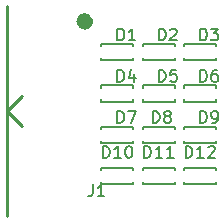
<source format=gbr>
G04 #@! TF.GenerationSoftware,KiCad,Pcbnew,5.1.5-52549c5~84~ubuntu18.04.1*
G04 #@! TF.CreationDate,2019-11-28T18:03:46-08:00*
G04 #@! TF.ProjectId,edison-led-3x4-pmod,65646973-6f6e-42d6-9c65-642d3378342d,rev?*
G04 #@! TF.SameCoordinates,PX68aa6f0PY527e2a0*
G04 #@! TF.FileFunction,Legend,Top*
G04 #@! TF.FilePolarity,Positive*
%FSLAX46Y46*%
G04 Gerber Fmt 4.6, Leading zero omitted, Abs format (unit mm)*
G04 Created by KiCad (PCBNEW 5.1.5-52549c5~84~ubuntu18.04.1) date 2019-11-28 18:03:46*
%MOMM*%
%LPD*%
G04 APERTURE LIST*
%ADD10C,0.254000*%
%ADD11C,1.000000*%
%ADD12C,0.200000*%
%ADD13C,0.150000*%
G04 APERTURE END LIST*
D10*
X-100000Y-16390000D02*
X-100000Y-7500000D01*
X-100000Y-7500000D02*
X-100000Y1390000D01*
X1170000Y-8770000D02*
X-100000Y-7500000D01*
X-100000Y-7500000D02*
X1170000Y-6230000D01*
D11*
X6700000Y100000D02*
G75*
G03X6700000Y100000I-200000J0D01*
G01*
D12*
X14900000Y-13500000D02*
X14900000Y-13700000D01*
X14900000Y-12300000D02*
X14900000Y-12500000D01*
X16250000Y-13700000D02*
X14900000Y-13700000D01*
X16250000Y-12300000D02*
X14900000Y-12300000D01*
X17600000Y-13500000D02*
X17600000Y-13700000D01*
X17600000Y-12300000D02*
X17600000Y-12500000D01*
X16250000Y-13700000D02*
X17600000Y-13700000D01*
X16250000Y-12300000D02*
X17600000Y-12300000D01*
X11400000Y-13500000D02*
X11400000Y-13700000D01*
X11400000Y-12300000D02*
X11400000Y-12500000D01*
X12750000Y-13700000D02*
X11400000Y-13700000D01*
X12750000Y-12300000D02*
X11400000Y-12300000D01*
X14100000Y-13500000D02*
X14100000Y-13700000D01*
X14100000Y-12300000D02*
X14100000Y-12500000D01*
X12750000Y-13700000D02*
X14100000Y-13700000D01*
X12750000Y-12300000D02*
X14100000Y-12300000D01*
X7900000Y-13500000D02*
X7900000Y-13700000D01*
X7900000Y-12300000D02*
X7900000Y-12500000D01*
X9250000Y-13700000D02*
X7900000Y-13700000D01*
X9250000Y-12300000D02*
X7900000Y-12300000D01*
X10600000Y-13500000D02*
X10600000Y-13700000D01*
X10600000Y-12300000D02*
X10600000Y-12500000D01*
X9250000Y-13700000D02*
X10600000Y-13700000D01*
X9250000Y-12300000D02*
X10600000Y-12300000D01*
X14900000Y-10000000D02*
X14900000Y-10200000D01*
X14900000Y-8800000D02*
X14900000Y-9000000D01*
X16250000Y-10200000D02*
X14900000Y-10200000D01*
X16250000Y-8800000D02*
X14900000Y-8800000D01*
X17600000Y-10000000D02*
X17600000Y-10200000D01*
X17600000Y-8800000D02*
X17600000Y-9000000D01*
X16250000Y-10200000D02*
X17600000Y-10200000D01*
X16250000Y-8800000D02*
X17600000Y-8800000D01*
X11400000Y-10000000D02*
X11400000Y-10200000D01*
X11400000Y-8800000D02*
X11400000Y-9000000D01*
X12750000Y-10200000D02*
X11400000Y-10200000D01*
X12750000Y-8800000D02*
X11400000Y-8800000D01*
X14100000Y-10000000D02*
X14100000Y-10200000D01*
X14100000Y-8800000D02*
X14100000Y-9000000D01*
X12750000Y-10200000D02*
X14100000Y-10200000D01*
X12750000Y-8800000D02*
X14100000Y-8800000D01*
X7900000Y-10000000D02*
X7900000Y-10200000D01*
X7900000Y-8800000D02*
X7900000Y-9000000D01*
X9250000Y-10200000D02*
X7900000Y-10200000D01*
X9250000Y-8800000D02*
X7900000Y-8800000D01*
X10600000Y-10000000D02*
X10600000Y-10200000D01*
X10600000Y-8800000D02*
X10600000Y-9000000D01*
X9250000Y-10200000D02*
X10600000Y-10200000D01*
X9250000Y-8800000D02*
X10600000Y-8800000D01*
X14900000Y-6500000D02*
X14900000Y-6700000D01*
X14900000Y-5300000D02*
X14900000Y-5500000D01*
X16250000Y-6700000D02*
X14900000Y-6700000D01*
X16250000Y-5300000D02*
X14900000Y-5300000D01*
X17600000Y-6500000D02*
X17600000Y-6700000D01*
X17600000Y-5300000D02*
X17600000Y-5500000D01*
X16250000Y-6700000D02*
X17600000Y-6700000D01*
X16250000Y-5300000D02*
X17600000Y-5300000D01*
X11400000Y-6500000D02*
X11400000Y-6700000D01*
X11400000Y-5300000D02*
X11400000Y-5500000D01*
X12750000Y-6700000D02*
X11400000Y-6700000D01*
X12750000Y-5300000D02*
X11400000Y-5300000D01*
X14100000Y-6500000D02*
X14100000Y-6700000D01*
X14100000Y-5300000D02*
X14100000Y-5500000D01*
X12750000Y-6700000D02*
X14100000Y-6700000D01*
X12750000Y-5300000D02*
X14100000Y-5300000D01*
X7900000Y-6500000D02*
X7900000Y-6700000D01*
X7900000Y-5300000D02*
X7900000Y-5500000D01*
X9250000Y-6700000D02*
X7900000Y-6700000D01*
X9250000Y-5300000D02*
X7900000Y-5300000D01*
X10600000Y-6500000D02*
X10600000Y-6700000D01*
X10600000Y-5300000D02*
X10600000Y-5500000D01*
X9250000Y-6700000D02*
X10600000Y-6700000D01*
X9250000Y-5300000D02*
X10600000Y-5300000D01*
X14900000Y-3000000D02*
X14900000Y-3200000D01*
X14900000Y-1800000D02*
X14900000Y-2000000D01*
X16250000Y-3200000D02*
X14900000Y-3200000D01*
X16250000Y-1800000D02*
X14900000Y-1800000D01*
X17600000Y-3000000D02*
X17600000Y-3200000D01*
X17600000Y-1800000D02*
X17600000Y-2000000D01*
X16250000Y-3200000D02*
X17600000Y-3200000D01*
X16250000Y-1800000D02*
X17600000Y-1800000D01*
X11400000Y-3000000D02*
X11400000Y-3200000D01*
X11400000Y-1800000D02*
X11400000Y-2000000D01*
X12750000Y-3200000D02*
X11400000Y-3200000D01*
X12750000Y-1800000D02*
X11400000Y-1800000D01*
X14100000Y-3000000D02*
X14100000Y-3200000D01*
X14100000Y-1800000D02*
X14100000Y-2000000D01*
X12750000Y-3200000D02*
X14100000Y-3200000D01*
X12750000Y-1800000D02*
X14100000Y-1800000D01*
X7900000Y-3000000D02*
X7900000Y-3200000D01*
X7900000Y-1800000D02*
X7900000Y-2000000D01*
X9250000Y-3200000D02*
X7900000Y-3200000D01*
X9250000Y-1800000D02*
X7900000Y-1800000D01*
X10600000Y-3000000D02*
X10600000Y-3200000D01*
X10600000Y-1800000D02*
X10600000Y-2000000D01*
X9250000Y-3200000D02*
X10600000Y-3200000D01*
X9250000Y-1800000D02*
X10600000Y-1800000D01*
D13*
X7166666Y-13702380D02*
X7166666Y-14416666D01*
X7119047Y-14559523D01*
X7023809Y-14654761D01*
X6880952Y-14702380D01*
X6785714Y-14702380D01*
X8166666Y-14702380D02*
X7595238Y-14702380D01*
X7880952Y-14702380D02*
X7880952Y-13702380D01*
X7785714Y-13845238D01*
X7690476Y-13940476D01*
X7595238Y-13988095D01*
D12*
X15035714Y-11452380D02*
X15035714Y-10452380D01*
X15273809Y-10452380D01*
X15416666Y-10500000D01*
X15511904Y-10595238D01*
X15559523Y-10690476D01*
X15607142Y-10880952D01*
X15607142Y-11023809D01*
X15559523Y-11214285D01*
X15511904Y-11309523D01*
X15416666Y-11404761D01*
X15273809Y-11452380D01*
X15035714Y-11452380D01*
X16559523Y-11452380D02*
X15988095Y-11452380D01*
X16273809Y-11452380D02*
X16273809Y-10452380D01*
X16178571Y-10595238D01*
X16083333Y-10690476D01*
X15988095Y-10738095D01*
X16940476Y-10547619D02*
X16988095Y-10500000D01*
X17083333Y-10452380D01*
X17321428Y-10452380D01*
X17416666Y-10500000D01*
X17464285Y-10547619D01*
X17511904Y-10642857D01*
X17511904Y-10738095D01*
X17464285Y-10880952D01*
X16892857Y-11452380D01*
X17511904Y-11452380D01*
X11535714Y-11452380D02*
X11535714Y-10452380D01*
X11773809Y-10452380D01*
X11916666Y-10500000D01*
X12011904Y-10595238D01*
X12059523Y-10690476D01*
X12107142Y-10880952D01*
X12107142Y-11023809D01*
X12059523Y-11214285D01*
X12011904Y-11309523D01*
X11916666Y-11404761D01*
X11773809Y-11452380D01*
X11535714Y-11452380D01*
X13059523Y-11452380D02*
X12488095Y-11452380D01*
X12773809Y-11452380D02*
X12773809Y-10452380D01*
X12678571Y-10595238D01*
X12583333Y-10690476D01*
X12488095Y-10738095D01*
X14011904Y-11452380D02*
X13440476Y-11452380D01*
X13726190Y-11452380D02*
X13726190Y-10452380D01*
X13630952Y-10595238D01*
X13535714Y-10690476D01*
X13440476Y-10738095D01*
X8035714Y-11452380D02*
X8035714Y-10452380D01*
X8273809Y-10452380D01*
X8416666Y-10500000D01*
X8511904Y-10595238D01*
X8559523Y-10690476D01*
X8607142Y-10880952D01*
X8607142Y-11023809D01*
X8559523Y-11214285D01*
X8511904Y-11309523D01*
X8416666Y-11404761D01*
X8273809Y-11452380D01*
X8035714Y-11452380D01*
X9559523Y-11452380D02*
X8988095Y-11452380D01*
X9273809Y-11452380D02*
X9273809Y-10452380D01*
X9178571Y-10595238D01*
X9083333Y-10690476D01*
X8988095Y-10738095D01*
X10178571Y-10452380D02*
X10273809Y-10452380D01*
X10369047Y-10500000D01*
X10416666Y-10547619D01*
X10464285Y-10642857D01*
X10511904Y-10833333D01*
X10511904Y-11071428D01*
X10464285Y-11261904D01*
X10416666Y-11357142D01*
X10369047Y-11404761D01*
X10273809Y-11452380D01*
X10178571Y-11452380D01*
X10083333Y-11404761D01*
X10035714Y-11357142D01*
X9988095Y-11261904D01*
X9940476Y-11071428D01*
X9940476Y-10833333D01*
X9988095Y-10642857D01*
X10035714Y-10547619D01*
X10083333Y-10500000D01*
X10178571Y-10452380D01*
X16261904Y-8502380D02*
X16261904Y-7502380D01*
X16500000Y-7502380D01*
X16642857Y-7550000D01*
X16738095Y-7645238D01*
X16785714Y-7740476D01*
X16833333Y-7930952D01*
X16833333Y-8073809D01*
X16785714Y-8264285D01*
X16738095Y-8359523D01*
X16642857Y-8454761D01*
X16500000Y-8502380D01*
X16261904Y-8502380D01*
X17309523Y-8502380D02*
X17500000Y-8502380D01*
X17595238Y-8454761D01*
X17642857Y-8407142D01*
X17738095Y-8264285D01*
X17785714Y-8073809D01*
X17785714Y-7692857D01*
X17738095Y-7597619D01*
X17690476Y-7550000D01*
X17595238Y-7502380D01*
X17404761Y-7502380D01*
X17309523Y-7550000D01*
X17261904Y-7597619D01*
X17214285Y-7692857D01*
X17214285Y-7930952D01*
X17261904Y-8026190D01*
X17309523Y-8073809D01*
X17404761Y-8121428D01*
X17595238Y-8121428D01*
X17690476Y-8073809D01*
X17738095Y-8026190D01*
X17785714Y-7930952D01*
X12261904Y-8502380D02*
X12261904Y-7502380D01*
X12500000Y-7502380D01*
X12642857Y-7550000D01*
X12738095Y-7645238D01*
X12785714Y-7740476D01*
X12833333Y-7930952D01*
X12833333Y-8073809D01*
X12785714Y-8264285D01*
X12738095Y-8359523D01*
X12642857Y-8454761D01*
X12500000Y-8502380D01*
X12261904Y-8502380D01*
X13404761Y-7930952D02*
X13309523Y-7883333D01*
X13261904Y-7835714D01*
X13214285Y-7740476D01*
X13214285Y-7692857D01*
X13261904Y-7597619D01*
X13309523Y-7550000D01*
X13404761Y-7502380D01*
X13595238Y-7502380D01*
X13690476Y-7550000D01*
X13738095Y-7597619D01*
X13785714Y-7692857D01*
X13785714Y-7740476D01*
X13738095Y-7835714D01*
X13690476Y-7883333D01*
X13595238Y-7930952D01*
X13404761Y-7930952D01*
X13309523Y-7978571D01*
X13261904Y-8026190D01*
X13214285Y-8121428D01*
X13214285Y-8311904D01*
X13261904Y-8407142D01*
X13309523Y-8454761D01*
X13404761Y-8502380D01*
X13595238Y-8502380D01*
X13690476Y-8454761D01*
X13738095Y-8407142D01*
X13785714Y-8311904D01*
X13785714Y-8121428D01*
X13738095Y-8026190D01*
X13690476Y-7978571D01*
X13595238Y-7930952D01*
X9261904Y-8502380D02*
X9261904Y-7502380D01*
X9500000Y-7502380D01*
X9642857Y-7550000D01*
X9738095Y-7645238D01*
X9785714Y-7740476D01*
X9833333Y-7930952D01*
X9833333Y-8073809D01*
X9785714Y-8264285D01*
X9738095Y-8359523D01*
X9642857Y-8454761D01*
X9500000Y-8502380D01*
X9261904Y-8502380D01*
X10166666Y-7502380D02*
X10833333Y-7502380D01*
X10404761Y-8502380D01*
X16261904Y-5002380D02*
X16261904Y-4002380D01*
X16500000Y-4002380D01*
X16642857Y-4050000D01*
X16738095Y-4145238D01*
X16785714Y-4240476D01*
X16833333Y-4430952D01*
X16833333Y-4573809D01*
X16785714Y-4764285D01*
X16738095Y-4859523D01*
X16642857Y-4954761D01*
X16500000Y-5002380D01*
X16261904Y-5002380D01*
X17690476Y-4002380D02*
X17500000Y-4002380D01*
X17404761Y-4050000D01*
X17357142Y-4097619D01*
X17261904Y-4240476D01*
X17214285Y-4430952D01*
X17214285Y-4811904D01*
X17261904Y-4907142D01*
X17309523Y-4954761D01*
X17404761Y-5002380D01*
X17595238Y-5002380D01*
X17690476Y-4954761D01*
X17738095Y-4907142D01*
X17785714Y-4811904D01*
X17785714Y-4573809D01*
X17738095Y-4478571D01*
X17690476Y-4430952D01*
X17595238Y-4383333D01*
X17404761Y-4383333D01*
X17309523Y-4430952D01*
X17261904Y-4478571D01*
X17214285Y-4573809D01*
X12761904Y-5002380D02*
X12761904Y-4002380D01*
X13000000Y-4002380D01*
X13142857Y-4050000D01*
X13238095Y-4145238D01*
X13285714Y-4240476D01*
X13333333Y-4430952D01*
X13333333Y-4573809D01*
X13285714Y-4764285D01*
X13238095Y-4859523D01*
X13142857Y-4954761D01*
X13000000Y-5002380D01*
X12761904Y-5002380D01*
X14238095Y-4002380D02*
X13761904Y-4002380D01*
X13714285Y-4478571D01*
X13761904Y-4430952D01*
X13857142Y-4383333D01*
X14095238Y-4383333D01*
X14190476Y-4430952D01*
X14238095Y-4478571D01*
X14285714Y-4573809D01*
X14285714Y-4811904D01*
X14238095Y-4907142D01*
X14190476Y-4954761D01*
X14095238Y-5002380D01*
X13857142Y-5002380D01*
X13761904Y-4954761D01*
X13714285Y-4907142D01*
X9261904Y-5002380D02*
X9261904Y-4002380D01*
X9500000Y-4002380D01*
X9642857Y-4050000D01*
X9738095Y-4145238D01*
X9785714Y-4240476D01*
X9833333Y-4430952D01*
X9833333Y-4573809D01*
X9785714Y-4764285D01*
X9738095Y-4859523D01*
X9642857Y-4954761D01*
X9500000Y-5002380D01*
X9261904Y-5002380D01*
X10690476Y-4335714D02*
X10690476Y-5002380D01*
X10452380Y-3954761D02*
X10214285Y-4669047D01*
X10833333Y-4669047D01*
X16261904Y-1502380D02*
X16261904Y-502380D01*
X16500000Y-502380D01*
X16642857Y-550000D01*
X16738095Y-645238D01*
X16785714Y-740476D01*
X16833333Y-930952D01*
X16833333Y-1073809D01*
X16785714Y-1264285D01*
X16738095Y-1359523D01*
X16642857Y-1454761D01*
X16500000Y-1502380D01*
X16261904Y-1502380D01*
X17166666Y-502380D02*
X17785714Y-502380D01*
X17452380Y-883333D01*
X17595238Y-883333D01*
X17690476Y-930952D01*
X17738095Y-978571D01*
X17785714Y-1073809D01*
X17785714Y-1311904D01*
X17738095Y-1407142D01*
X17690476Y-1454761D01*
X17595238Y-1502380D01*
X17309523Y-1502380D01*
X17214285Y-1454761D01*
X17166666Y-1407142D01*
X12761904Y-1502380D02*
X12761904Y-502380D01*
X13000000Y-502380D01*
X13142857Y-550000D01*
X13238095Y-645238D01*
X13285714Y-740476D01*
X13333333Y-930952D01*
X13333333Y-1073809D01*
X13285714Y-1264285D01*
X13238095Y-1359523D01*
X13142857Y-1454761D01*
X13000000Y-1502380D01*
X12761904Y-1502380D01*
X13714285Y-597619D02*
X13761904Y-550000D01*
X13857142Y-502380D01*
X14095238Y-502380D01*
X14190476Y-550000D01*
X14238095Y-597619D01*
X14285714Y-692857D01*
X14285714Y-788095D01*
X14238095Y-930952D01*
X13666666Y-1502380D01*
X14285714Y-1502380D01*
X9261904Y-1502380D02*
X9261904Y-502380D01*
X9500000Y-502380D01*
X9642857Y-550000D01*
X9738095Y-645238D01*
X9785714Y-740476D01*
X9833333Y-930952D01*
X9833333Y-1073809D01*
X9785714Y-1264285D01*
X9738095Y-1359523D01*
X9642857Y-1454761D01*
X9500000Y-1502380D01*
X9261904Y-1502380D01*
X10785714Y-1502380D02*
X10214285Y-1502380D01*
X10500000Y-1502380D02*
X10500000Y-502380D01*
X10404761Y-645238D01*
X10309523Y-740476D01*
X10214285Y-788095D01*
M02*

</source>
